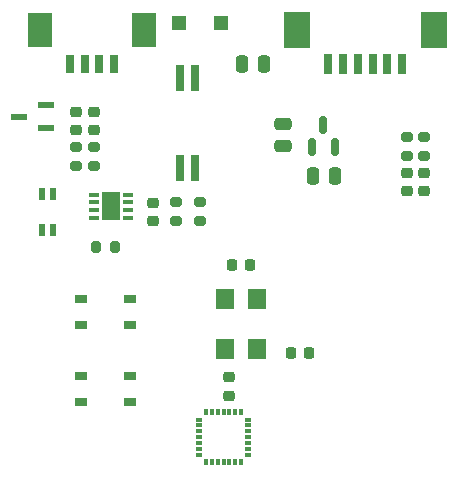
<source format=gtp>
G04 #@! TF.GenerationSoftware,KiCad,Pcbnew,8.0.8*
G04 #@! TF.CreationDate,2025-06-14T11:12:35+09:00*
G04 #@! TF.ProjectId,stm32c0_fdcan_module,73746d33-3263-4305-9f66-6463616e5f6d,rev?*
G04 #@! TF.SameCoordinates,Original*
G04 #@! TF.FileFunction,Paste,Top*
G04 #@! TF.FilePolarity,Positive*
%FSLAX46Y46*%
G04 Gerber Fmt 4.6, Leading zero omitted, Abs format (unit mm)*
G04 Created by KiCad (PCBNEW 8.0.8) date 2025-06-14 11:12:35*
%MOMM*%
%LPD*%
G01*
G04 APERTURE LIST*
G04 Aperture macros list*
%AMRoundRect*
0 Rectangle with rounded corners*
0 $1 Rounding radius*
0 $2 $3 $4 $5 $6 $7 $8 $9 X,Y pos of 4 corners*
0 Add a 4 corners polygon primitive as box body*
4,1,4,$2,$3,$4,$5,$6,$7,$8,$9,$2,$3,0*
0 Add four circle primitives for the rounded corners*
1,1,$1+$1,$2,$3*
1,1,$1+$1,$4,$5*
1,1,$1+$1,$6,$7*
1,1,$1+$1,$8,$9*
0 Add four rect primitives between the rounded corners*
20,1,$1+$1,$2,$3,$4,$5,0*
20,1,$1+$1,$4,$5,$6,$7,0*
20,1,$1+$1,$6,$7,$8,$9,0*
20,1,$1+$1,$8,$9,$2,$3,0*%
G04 Aperture macros list end*
%ADD10RoundRect,0.200000X0.275000X-0.200000X0.275000X0.200000X-0.275000X0.200000X-0.275000X-0.200000X0*%
%ADD11R,0.850000X0.350000*%
%ADD12R,1.650000X2.450000*%
%ADD13R,1.050000X0.650000*%
%ADD14RoundRect,0.225000X0.250000X-0.225000X0.250000X0.225000X-0.250000X0.225000X-0.250000X-0.225000X0*%
%ADD15RoundRect,0.250000X0.250000X0.475000X-0.250000X0.475000X-0.250000X-0.475000X0.250000X-0.475000X0*%
%ADD16RoundRect,0.250000X-0.475000X0.250000X-0.475000X-0.250000X0.475000X-0.250000X0.475000X0.250000X0*%
%ADD17R,1.400000X0.600000*%
%ADD18RoundRect,0.200000X-0.275000X0.200000X-0.275000X-0.200000X0.275000X-0.200000X0.275000X0.200000X0*%
%ADD19RoundRect,0.200000X0.200000X0.275000X-0.200000X0.275000X-0.200000X-0.275000X0.200000X-0.275000X0*%
%ADD20R,0.760000X2.160000*%
%ADD21RoundRect,0.250000X-0.250000X-0.475000X0.250000X-0.475000X0.250000X0.475000X-0.250000X0.475000X0*%
%ADD22RoundRect,0.218750X-0.256250X0.218750X-0.256250X-0.218750X0.256250X-0.218750X0.256250X0.218750X0*%
%ADD23R,0.300000X0.600000*%
%ADD24R,0.600000X0.300000*%
%ADD25RoundRect,0.150000X0.150000X-0.587500X0.150000X0.587500X-0.150000X0.587500X-0.150000X-0.587500X0*%
%ADD26RoundRect,0.225000X-0.250000X0.225000X-0.250000X-0.225000X0.250000X-0.225000X0.250000X0.225000X0*%
%ADD27R,0.600000X1.050000*%
%ADD28RoundRect,0.225000X-0.225000X-0.250000X0.225000X-0.250000X0.225000X0.250000X-0.225000X0.250000X0*%
%ADD29R,0.800000X1.600000*%
%ADD30R,2.100000X3.000000*%
%ADD31R,0.800000X1.750000*%
%ADD32R,2.250000X3.150000*%
%ADD33R,1.150000X1.150000*%
%ADD34R,1.500000X1.800000*%
G04 APERTURE END LIST*
D10*
X140500000Y-82825000D03*
X140500000Y-81175000D03*
D11*
X116900000Y-88000000D03*
X116900000Y-87350000D03*
X116900000Y-86700000D03*
X116900000Y-86050000D03*
X114000000Y-86050000D03*
X114000000Y-86700000D03*
X114000000Y-87350000D03*
X114000000Y-88000000D03*
D12*
X115450000Y-87025000D03*
D13*
X117075000Y-103575000D03*
X112925000Y-103575000D03*
X117075000Y-101425000D03*
X112925000Y-101425000D03*
D14*
X125500000Y-103075000D03*
X125500000Y-101525000D03*
D15*
X134450000Y-84500000D03*
X132550000Y-84500000D03*
D16*
X130000000Y-80050000D03*
X130000000Y-81950000D03*
D17*
X110000000Y-80400000D03*
X110000000Y-78500000D03*
X107700000Y-79450000D03*
D18*
X114000000Y-82000000D03*
X114000000Y-83650000D03*
D13*
X117075000Y-97075000D03*
X112925000Y-97075000D03*
X117075000Y-94925000D03*
X112925000Y-94925000D03*
D18*
X123000000Y-86675000D03*
X123000000Y-88325000D03*
X121000000Y-86675000D03*
X121000000Y-88325000D03*
D19*
X115825000Y-90500000D03*
X114175000Y-90500000D03*
D20*
X121350000Y-83800000D03*
X122620000Y-83800000D03*
X122620000Y-76180000D03*
X121350000Y-76180000D03*
D14*
X112500000Y-80600000D03*
X112500000Y-79050000D03*
D21*
X126550000Y-75000000D03*
X128450000Y-75000000D03*
D14*
X114000000Y-80600000D03*
X114000000Y-79050000D03*
D22*
X142000000Y-84212500D03*
X142000000Y-85787500D03*
D23*
X126500000Y-104500000D03*
X126000000Y-104500000D03*
X125500000Y-104500000D03*
X125000000Y-104500000D03*
X124500000Y-104500000D03*
X124000000Y-104500000D03*
X123500000Y-104500000D03*
D24*
X122900000Y-105100000D03*
X122900000Y-105600000D03*
X122900000Y-106100000D03*
X122900000Y-106600000D03*
X122900000Y-107100000D03*
X122900000Y-107600000D03*
X122900000Y-108100000D03*
D23*
X123500000Y-108700000D03*
X124000000Y-108700000D03*
X124500000Y-108700000D03*
X125000000Y-108700000D03*
X125500000Y-108700000D03*
X126000000Y-108700000D03*
X126500000Y-108700000D03*
D24*
X127100000Y-108100000D03*
X127100000Y-107600000D03*
X127100000Y-107100000D03*
X127100000Y-106600000D03*
X127100000Y-106100000D03*
X127100000Y-105600000D03*
X127100000Y-105100000D03*
D25*
X132500000Y-82000000D03*
X134400000Y-82000000D03*
X133450000Y-80125000D03*
D26*
X119000000Y-86725000D03*
X119000000Y-88275000D03*
D27*
X110600000Y-89025000D03*
X110600000Y-85975000D03*
X109600000Y-85975000D03*
X109600000Y-89025000D03*
D28*
X125725000Y-92000000D03*
X127275000Y-92000000D03*
D29*
X115750000Y-75000000D03*
X114500000Y-75000000D03*
X113250000Y-75000000D03*
X112000000Y-75000000D03*
D30*
X109450000Y-72100000D03*
X118300000Y-72100000D03*
D31*
X140125000Y-75000000D03*
X138875000Y-75000000D03*
X137625000Y-75000000D03*
X136375000Y-75000000D03*
X135125000Y-75000000D03*
X133875000Y-75000000D03*
D32*
X142800000Y-72100000D03*
X131200000Y-72100000D03*
D22*
X140500000Y-84212500D03*
X140500000Y-85787500D03*
D10*
X142000000Y-82825000D03*
X142000000Y-81175000D03*
D28*
X130725000Y-99500000D03*
X132275000Y-99500000D03*
D33*
X124750000Y-71500000D03*
X121250000Y-71500000D03*
D18*
X112500000Y-82000000D03*
X112500000Y-83650000D03*
D34*
X127850000Y-99100000D03*
X127850000Y-94900000D03*
X125150000Y-94900000D03*
X125150000Y-99100000D03*
M02*

</source>
